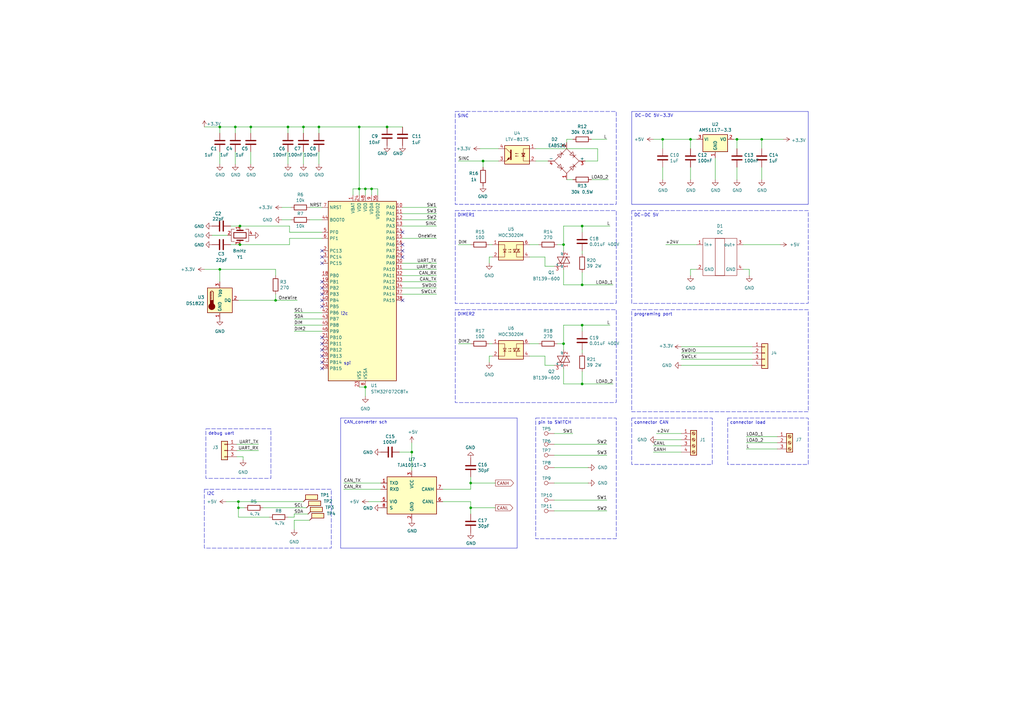
<source format=kicad_sch>
(kicad_sch (version 20250114) (generator "eeschema") (generator_version "9.0")
  (paper "A3")
  (text "spi" (at 140.97 149.86 0) (effects (font (size 1.27 1.27)) (justify left bottom)))
  (text "DC-DC 5V-3.3V\n" (at 260.35 48.26 0) (effects (font (size 1.27 1.27)) (justify left bottom)))
  (text "i2c" (at 139.7 129.54 0) (effects (font (size 1.27 1.27)) (justify left bottom)))
  (text "CAN_converter sch\n" (at 140.97 173.99 0) (effects (font (size 1.27 1.27)) (justify left bottom)))
  (text_box "DIMER1" (at 186.69 86.36 0) (size 66.04 38.1) (margins 0.9525 0.9525 0.9525 0.9525) (stroke (width 0) (type dash)) (effects (font (size 1.27 1.27)) (justify left top)))
  (text_box "programing port" (at 259.08 127 0) (size 72.39 41.91) (margins 0.9525 0.9525 0.9525 0.9525) (stroke (width 0) (type dash)) (effects (font (size 1.27 1.27)) (justify left top)))
  (text_box "DIMER2" (at 186.69 127 0) (size 66.04 38.1) (margins 0.9525 0.9525 0.9525 0.9525) (stroke (width 0) (type dash)) (effects (font (size 1.27 1.27)) (justify left top)))
  (text_box "pin to SWITCH\n" (at 219.71 171.45 0) (size 33.02 49.53) (margins 0.9525 0.9525 0.9525 0.9525) (stroke (width 0) (type dash)) (effects (font (size 1.27 1.27)) (justify left top)))
  (text_box "I2C" (at 83.82 200.66 0) (size 52.07 24.13) (margins 0.9525 0.9525 0.9525 0.9525) (stroke (width 0) (type dash)) (effects (font (size 1.27 1.27)) (justify left top)))
  (text_box "DC-DC 5V" (at 259.08 86.36 0) (size 72.39 38.1) (margins 0.9525 0.9525 0.9525 0.9525) (stroke (width 0) (type dash)) (effects (font (size 1.27 1.27)) (justify left top)))
  (text_box "SINC" (at 186.69 45.72 0) (size 66.04 38.1) (margins 0.9525 0.9525 0.9525 0.9525) (stroke (width 0) (type dash)) (effects (font (size 1.27 1.27)) (justify left top)))
  (text_box "connector CAN\n" (at 259.08 171.45 0) (size 33.02 19.05) (margins 0.9525 0.9525 0.9525 0.9525) (stroke (width 0) (type dash)) (effects (font (size 1.27 1.27)) (justify left top)))
  (text_box "connector load\n" (at 298.45 171.45 0) (size 33.02 19.05) (margins 0.9525 0.9525 0.9525 0.9525) (stroke (width 0) (type dash)) (effects (font (size 1.27 1.27)) (justify left top)))
  (text_box "debug uart" (at 84.455 175.895 0) (size 26.67 20.32) (margins 0.9525 0.9525 0.9525 0.9525) (stroke (width 0) (type dash)) (effects (font (size 1.27 1.27)) (justify left top)))
  (junction (at 90.17 110.49))
  (junction (at 238.76 92.71))
  (junction (at 90.17 52.07))
  (junction (at 97.79 208.28))
  (junction (at 302.26 57.15))
  (junction (at 283.21 57.15))
  (junction (at 312.42 57.15))
  (junction (at 158.75 52.07))
  (junction (at 271.78 57.15))
  (junction (at 193.04 198.12))
  (junction (at 130.81 52.07))
  (junction (at 198.12 66.04))
  (junction (at 96.52 52.07))
  (junction (at 97.79 205.74))
  (junction (at 238.76 157.48))
  (junction (at 231.14 140.97))
  (junction (at 193.04 208.28))
  (junction (at 152.4 77.47))
  (junction (at 149.86 158.75))
  (junction (at 98.425 100.33))
  (junction (at 238.76 133.35))
  (junction (at 113.03 123.19))
  (junction (at 231.14 100.33))
  (junction (at 238.76 116.84))
  (junction (at 124.46 52.07))
  (junction (at 147.32 77.47))
  (junction (at 149.86 77.47))
  (junction (at 118.11 52.07))
  (junction (at 102.87 52.07))
  (junction (at 147.32 52.07))
  (junction (at 98.425 92.71))
  (junction (at 168.91 185.42))
  (no_connect (at 132.08 105.41))
  (no_connect (at 132.08 120.65))
  (no_connect (at 132.08 102.87))
  (no_connect (at 132.08 123.19))
  (no_connect (at 165.1 123.19))
  (no_connect (at 132.08 143.51))
  (no_connect (at 165.1 95.25))
  (no_connect (at 132.08 115.57))
  (no_connect (at 132.08 140.97))
  (no_connect (at 132.08 107.95))
  (no_connect (at 165.1 105.41))
  (no_connect (at 132.08 125.73))
  (no_connect (at 132.08 138.43))
  (no_connect (at 132.08 146.05))
  (no_connect (at 132.08 148.59))
  (no_connect (at 132.08 151.13))
  (no_connect (at 165.1 100.33))
  (no_connect (at 165.1 102.87))
  (no_connect (at 132.08 118.11))
  (wire (pts (xy 165.1 118.11) (xy 179.07 118.11)))
  (wire (pts (xy 127 85.09) (xy 132.08 85.09)))
  (wire (pts (xy 132.08 95.25) (xy 118.745 95.25)))
  (wire (pts (xy 124.46 52.07) (xy 130.81 52.07)))
  (wire (pts (xy 217.17 146.05) (xy 223.52 146.05)))
  (wire (pts (xy 242.57 73.66) (xy 249.555 73.66)))
  (wire (pts (xy 187.96 100.33) (xy 193.04 100.33)))
  (wire (pts (xy 98.425 100.33) (xy 118.745 100.33)))
  (wire (pts (xy 187.96 66.04) (xy 198.12 66.04)))
  (wire (pts (xy 267.97 182.88) (xy 279.4 182.88)))
  (polyline (pts (xy 259.08 83.82) (xy 259.08 45.72)))
  (wire (pts (xy 90.17 52.07) (xy 96.52 52.07)))
  (wire (pts (xy 242.57 57.15) (xy 248.92 57.15)))
  (wire (pts (xy 120.65 130.81) (xy 132.08 130.81)))
  (wire (pts (xy 181.61 200.66) (xy 193.04 200.66)))
  (wire (pts (xy 118.11 52.07) (xy 118.11 54.61)))
  (wire (pts (xy 271.78 68.58) (xy 271.78 73.66)))
  (wire (pts (xy 152.4 80.01) (xy 152.4 77.47)))
  (wire (pts (xy 120.65 217.17) (xy 120.65 213.36)))
  (wire (pts (xy 307.34 110.49) (xy 307.34 113.03)))
  (wire (pts (xy 200.66 140.97) (xy 201.93 140.97)))
  (wire (pts (xy 97.155 182.245) (xy 106.045 182.245)))
  (wire (pts (xy 152.4 77.47) (xy 149.86 77.47)))
  (wire (pts (xy 238.76 116.84) (xy 251.46 116.84)))
  (wire (pts (xy 113.03 123.19) (xy 121.92 123.19)))
  (wire (pts (xy 217.17 100.33) (xy 220.98 100.33)))
  (wire (pts (xy 271.78 60.96) (xy 271.78 57.15)))
  (wire (pts (xy 273.05 100.33) (xy 285.75 100.33)))
  (wire (pts (xy 238.76 157.48) (xy 251.46 157.48)))
  (wire (pts (xy 267.97 57.15) (xy 271.78 57.15)))
  (wire (pts (xy 238.76 143.51) (xy 238.76 144.78)))
  (wire (pts (xy 200.66 148.59) (xy 200.66 146.05)))
  (wire (pts (xy 283.21 113.03) (xy 283.21 110.49)))
  (wire (pts (xy 302.26 73.66) (xy 302.26 68.58)))
  (wire (pts (xy 234.95 57.15) (xy 232.41 57.15)))
  (wire (pts (xy 165.1 90.17) (xy 179.07 90.17)))
  (wire (pts (xy 304.8 110.49) (xy 307.34 110.49)))
  (wire (pts (xy 238.76 111.76) (xy 238.76 116.84)))
  (wire (pts (xy 219.71 60.96) (xy 245.11 60.96)))
  (wire (pts (xy 231.14 133.35) (xy 238.76 133.35)))
  (wire (pts (xy 99.695 187.325) (xy 97.155 187.325)))
  (wire (pts (xy 156.21 200.66) (xy 140.97 200.66)))
  (wire (pts (xy 227.33 186.69) (xy 248.92 186.69)))
  (wire (pts (xy 94.615 92.71) (xy 98.425 92.71)))
  (wire (pts (xy 204.47 66.04) (xy 198.12 66.04)))
  (wire (pts (xy 120.65 133.35) (xy 132.08 133.35)))
  (wire (pts (xy 193.04 210.82) (xy 193.04 208.28)))
  (wire (pts (xy 193.04 198.12) (xy 193.04 200.66)))
  (wire (pts (xy 165.1 113.03) (xy 179.07 113.03)))
  (wire (pts (xy 97.155 184.785) (xy 106.045 184.785)))
  (polyline (pts (xy 259.08 45.72) (xy 331.47 45.72)))
  (wire (pts (xy 269.24 180.34) (xy 279.4 180.34)))
  (wire (pts (xy 231.14 100.33) (xy 231.14 92.71)))
  (wire (pts (xy 187.96 140.97) (xy 193.04 140.97)))
  (wire (pts (xy 118.745 92.71) (xy 98.425 92.71)))
  (wire (pts (xy 238.76 92.71) (xy 238.76 95.25)))
  (wire (pts (xy 97.79 205.74) (xy 124.46 205.74)))
  (wire (pts (xy 245.11 66.04) (xy 240.03 66.04)))
  (wire (pts (xy 165.1 92.71) (xy 179.07 92.71)))
  (wire (pts (xy 97.79 208.28) (xy 100.33 208.28)))
  (wire (pts (xy 193.04 205.74) (xy 193.04 208.28)))
  (wire (pts (xy 102.87 67.31) (xy 102.87 62.23)))
  (wire (pts (xy 115.57 90.17) (xy 119.38 90.17)))
  (wire (pts (xy 231.14 157.48) (xy 238.76 157.48)))
  (wire (pts (xy 144.78 77.47) (xy 144.78 80.01)))
  (wire (pts (xy 223.52 105.41) (xy 223.52 109.22)))
  (wire (pts (xy 165.1 85.09) (xy 179.07 85.09)))
  (wire (pts (xy 231.14 151.13) (xy 231.14 157.48)))
  (wire (pts (xy 86.995 96.52) (xy 93.345 96.52)))
  (wire (pts (xy 231.14 110.49) (xy 231.14 116.84)))
  (wire (pts (xy 306.07 179.07) (xy 318.77 179.07)))
  (wire (pts (xy 158.75 52.07) (xy 165.1 52.07)))
  (wire (pts (xy 193.04 195.58) (xy 193.04 198.12)))
  (wire (pts (xy 227.33 191.77) (xy 241.3 191.77)))
  (wire (pts (xy 147.32 52.07) (xy 147.32 77.47)))
  (wire (pts (xy 168.91 181.61) (xy 168.91 185.42)))
  (wire (pts (xy 312.42 60.96) (xy 312.42 57.15)))
  (wire (pts (xy 227.33 205.105) (xy 248.92 205.105)))
  (wire (pts (xy 223.52 146.05) (xy 223.52 149.86)))
  (wire (pts (xy 196.85 60.96) (xy 204.47 60.96)))
  (wire (pts (xy 118.11 212.09) (xy 120.65 212.09)))
  (wire (pts (xy 165.1 107.95) (xy 179.07 107.95)))
  (wire (pts (xy 231.14 92.71) (xy 238.76 92.71)))
  (wire (pts (xy 223.52 109.22) (xy 227.33 109.22)))
  (wire (pts (xy 154.94 77.47) (xy 154.94 80.01)))
  (wire (pts (xy 198.12 66.04) (xy 198.12 68.58)))
  (wire (pts (xy 269.24 177.8) (xy 279.4 177.8)))
  (wire (pts (xy 238.76 133.35) (xy 250.19 133.35)))
  (wire (pts (xy 165.1 110.49) (xy 179.07 110.49)))
  (polyline (pts (xy 139.7 224.79) (xy 139.7 171.45)))
  (wire (pts (xy 245.11 60.96) (xy 245.11 66.04)))
  (wire (pts (xy 118.745 100.33) (xy 118.745 97.79)))
  (wire (pts (xy 92.71 205.74) (xy 97.79 205.74)))
  (wire (pts (xy 217.17 140.97) (xy 220.98 140.97)))
  (wire (pts (xy 94.615 100.33) (xy 98.425 100.33)))
  (polyline (pts (xy 212.09 224.79) (xy 139.7 224.79)))
  (wire (pts (xy 149.86 77.47) (xy 149.86 80.01)))
  (wire (pts (xy 102.87 52.07) (xy 118.11 52.07)))
  (wire (pts (xy 227.33 209.55) (xy 248.92 209.55)))
  (wire (pts (xy 227.33 177.8) (xy 234.95 177.8)))
  (wire (pts (xy 147.32 77.47) (xy 144.78 77.47)))
  (wire (pts (xy 232.41 73.66) (xy 234.95 73.66)))
  (wire (pts (xy 83.82 52.07) (xy 90.17 52.07)))
  (wire (pts (xy 124.46 62.23) (xy 124.46 67.31)))
  (wire (pts (xy 96.52 54.61) (xy 96.52 52.07)))
  (wire (pts (xy 147.32 77.47) (xy 147.32 80.01)))
  (polyline (pts (xy 331.47 83.82) (xy 259.08 83.82)))
  (wire (pts (xy 238.76 133.35) (xy 238.76 135.89)))
  (wire (pts (xy 231.14 140.97) (xy 231.14 143.51)))
  (wire (pts (xy 118.745 97.79) (xy 132.08 97.79)))
  (wire (pts (xy 115.57 85.09) (xy 119.38 85.09)))
  (wire (pts (xy 120.65 210.82) (xy 126.365 210.82)))
  (wire (pts (xy 147.32 158.75) (xy 149.86 158.75)))
  (wire (pts (xy 231.14 116.84) (xy 238.76 116.84)))
  (wire (pts (xy 97.79 212.09) (xy 110.49 212.09)))
  (wire (pts (xy 219.71 66.04) (xy 224.79 66.04)))
  (wire (pts (xy 130.81 54.61) (xy 130.81 52.07)))
  (wire (pts (xy 83.82 110.49) (xy 90.17 110.49)))
  (wire (pts (xy 90.17 110.49) (xy 113.03 110.49)))
  (wire (pts (xy 312.42 68.58) (xy 312.42 73.66)))
  (wire (pts (xy 90.17 110.49) (xy 90.17 115.57)))
  (wire (pts (xy 200.66 107.95) (xy 200.66 105.41)))
  (wire (pts (xy 283.21 73.66) (xy 283.21 68.58)))
  (wire (pts (xy 165.1 87.63) (xy 179.07 87.63)))
  (wire (pts (xy 120.65 212.09) (xy 120.65 210.82)))
  (wire (pts (xy 156.21 198.12) (xy 140.97 198.12)))
  (wire (pts (xy 279.4 149.86) (xy 308.61 149.86)))
  (wire (pts (xy 113.03 113.03) (xy 113.03 110.49)))
  (wire (pts (xy 130.81 52.07) (xy 147.32 52.07)))
  (wire (pts (xy 147.32 52.07) (xy 158.75 52.07)))
  (wire (pts (xy 97.79 208.28) (xy 97.79 212.09)))
  (polyline (pts (xy 331.47 45.72) (xy 331.47 83.82)))
  (wire (pts (xy 227.33 182.245) (xy 248.92 182.245)))
  (wire (pts (xy 200.66 100.33) (xy 201.93 100.33)))
  (wire (pts (xy 124.46 52.07) (xy 124.46 54.61)))
  (wire (pts (xy 223.52 149.86) (xy 227.33 149.86)))
  (wire (pts (xy 120.65 213.36) (xy 127 213.36)))
  (wire (pts (xy 231.14 100.33) (xy 231.14 102.87)))
  (wire (pts (xy 118.11 52.07) (xy 124.46 52.07)))
  (wire (pts (xy 267.97 185.42) (xy 279.4 185.42)))
  (wire (pts (xy 227.33 198.12) (xy 241.3 198.12)))
  (wire (pts (xy 107.95 208.28) (xy 125.73 208.28)))
  (wire (pts (xy 238.76 152.4) (xy 238.76 157.48)))
  (wire (pts (xy 193.04 208.28) (xy 203.2 208.28)))
  (wire (pts (xy 238.76 92.71) (xy 250.19 92.71)))
  (wire (pts (xy 149.86 77.47) (xy 147.32 77.47)))
  (wire (pts (xy 279.4 147.32) (xy 308.61 147.32)))
  (wire (pts (xy 165.1 120.65) (xy 179.07 120.65)))
  (wire (pts (xy 312.42 57.15) (xy 321.31 57.15)))
  (wire (pts (xy 96.52 52.07) (xy 102.87 52.07)))
  (wire (pts (xy 97.79 123.19) (xy 113.03 123.19)))
  (wire (pts (xy 283.21 57.15) (xy 285.75 57.15)))
  (wire (pts (xy 120.65 128.27) (xy 132.08 128.27)))
  (wire (pts (xy 217.17 105.41) (xy 223.52 105.41)))
  (wire (pts (xy 300.99 57.15) (xy 302.26 57.15)))
  (wire (pts (xy 90.17 54.61) (xy 90.17 52.07)))
  (polyline (pts (xy 139.7 171.45) (xy 212.09 171.45)))
  (wire (pts (xy 193.04 198.12) (xy 203.2 198.12)))
  (wire (pts (xy 165.1 115.57) (xy 179.07 115.57)))
  (wire (pts (xy 163.83 185.42) (xy 168.91 185.42)))
  (wire (pts (xy 118.745 95.25) (xy 118.745 92.71)))
  (wire (pts (xy 90.17 67.31) (xy 90.17 62.23)))
  (wire (pts (xy 151.13 205.74) (xy 156.21 205.74)))
  (wire (pts (xy 231.14 140.97) (xy 231.14 133.35)))
  (wire (pts (xy 279.4 142.24) (xy 308.61 142.24)))
  (wire (pts (xy 120.65 135.89) (xy 132.08 135.89)))
  (wire (pts (xy 118.11 62.23) (xy 118.11 67.31)))
  (wire (pts (xy 232.41 57.15) (xy 232.41 58.42)))
  (wire (pts (xy 306.07 184.15) (xy 318.77 184.15)))
  (wire (pts (xy 168.91 185.42) (xy 168.91 193.04)))
  (wire (pts (xy 238.76 102.87) (xy 238.76 104.14)))
  (wire (pts (xy 127 90.17) (xy 132.08 90.17)))
  (wire (pts (xy 97.79 205.74) (xy 97.79 208.28)))
  (wire (pts (xy 228.6 140.97) (xy 231.14 140.97)))
  (wire (pts (xy 149.86 158.75) (xy 149.86 162.56)))
  (wire (pts (xy 113.03 120.65) (xy 113.03 123.19)))
  (wire (pts (xy 302.26 57.15) (xy 312.42 57.15)))
  (wire (pts (xy 152.4 77.47) (xy 154.94 77.47)))
  (wire (pts (xy 130.81 62.23) (xy 130.81 67.31)))
  (wire (pts (xy 306.07 181.61) (xy 318.77 181.61)))
  (wire (pts (xy 304.8 100.33) (xy 320.04 100.33)))
  (wire (pts (xy 181.61 205.74) (xy 193.04 205.74)))
  (wire (pts (xy 293.37 73.66) (xy 293.37 64.77)))
  (wire (pts (xy 228.6 100.33) (xy 231.14 100.33)))
  (wire (pts (xy 96.52 67.31) (xy 96.52 62.23)))
  (wire (pts (xy 102.87 54.61) (xy 102.87 52.07)))
  (wire (pts (xy 283.21 60.96) (xy 283.21 57.15)))
  (wire (pts (xy 302.26 60.96) (xy 302.26 57.15)))
  (wire (pts (xy 99.695 188.595) (xy 99.695 187.325)))
  (polyline (pts (xy 212.09 171.45) (xy 212.09 224.79)))
  (wire (pts (xy 200.66 146.05) (xy 201.93 146.05)))
  (wire (pts (xy 279.4 144.78) (xy 308.61 144.78)))
  (wire (pts (xy 200.66 105.41) (xy 201.93 105.41)))
  (wire (pts (xy 271.78 57.15) (xy 283.21 57.15)))
  (wire (pts (xy 283.21 110.49) (xy 285.75 110.49)))
  (wire (pts (xy 165.1 97.79) (xy 179.07 97.79)))
  (label "L" (at 250.19 92.71 180))
  (label "UART_RX" (at 106.045 184.785 180))
  (label "SWDIO" (at 179.07 118.11 180))
  (label "SDA" (at 120.65 210.82 0))
  (label "UART_RX" (at 179.07 110.49 180))
  (label "LOAD_1" (at 306.07 179.07 0))
  (label "SW2" (at 179.07 90.17 180))
  (label "DIM2" (at 120.65 135.89 0))
  (label "SW2" (at 248.92 209.55 180))
  (label "NRST" (at 127 85.09 0))
  (label "+24V" (at 273.05 100.33 0))
  (label "SW1" (at 179.07 85.09 180))
  (label "LOAD_2" (at 249.555 73.66 180))
  (label "CAN_TX" (at 140.97 198.12 0))
  (label "+24V" (at 269.24 177.8 0))
  (label "OneWire" (at 179.07 97.79 180))
  (label "UART_TX" (at 179.07 107.95 180))
  (label "SW1" (at 234.95 177.8 180))
  (label "SWDIO" (at 279.4 144.78 0))
  (label "SINC" (at 187.96 66.04 0))
  (label "CANL" (at 267.97 182.88 0))
  (label "SWCLK" (at 279.4 147.32 0))
  (label "CAN_TX" (at 179.07 115.57 180))
  (label "SW3" (at 248.92 186.69 180))
  (label "LOAD_2" (at 251.46 157.48 180))
  (label "CAN_RX" (at 140.97 200.66 0))
  (label "SWCLK" (at 179.07 120.65 180))
  (label "CANH" (at 267.97 185.42 0))
  (label "SW3" (at 179.07 87.63 180))
  (label "LOAD_2" (at 306.07 181.61 0))
  (label "CAN_RX" (at 179.07 113.03 180))
  (label "SINC" (at 179.07 92.71 180))
  (label "SCL" (at 120.65 208.28 0))
  (label "SW1" (at 248.92 205.105 180))
  (label "OneWire" (at 121.92 123.19 180))
  (label "L" (at 248.92 57.15 180))
  (label "L" (at 306.07 184.15 0))
  (label "L" (at 250.19 133.35 180))
  (label "SCL" (at 120.65 128.27 0))
  (label "DIM" (at 120.65 133.35 0))
  (label "SW2" (at 248.92 182.245 180))
  (label "DIM2" (at 187.96 140.97 0))
  (label "DIM" (at 187.96 100.33 0))
  (label "UART_TX" (at 106.045 182.245 180))
  (label "SDA" (at 120.65 130.81 0))
  (label "LOAD_1" (at 251.46 116.84 180))
  (global_label "CANH" (shape output) (at 203.2 198.12 0) (property "Intersheetrefs" "${INTERSHEET_REFS}" (effects (hide yes))))
  (global_label "CANL" (shape output) (at 203.2 208.28 0) (property "Intersheetrefs" "${INTERSHEET_REFS}" (effects (hide yes))))
  (symbol (lib_id "power:GND") (at 158.75 59.69 0) (unit 1)
    (property "Reference" "#PWR019" (effects (hide yes)))
    (property "Value" "GND" (at 158.877 62.9412 0) (effects (justify right)))
  )
  (symbol (lib_id "Device:C") (at 193.04 191.77 0) (unit 1)
    (property "Reference" "C16" (at 195.961 190.6016 0) (effects (justify left)))
    (property "Value" "30pF" (at 195.961 192.913 0) (effects (justify left)))
    (property "Footprint" "Capacitor_SMD:C_0805_2012Metric" (effects (hide yes)))
    (property "Модель" "CC0603JRNPO9BN300" (effects (hide yes)))
    (property "Производитель" "YAGEO" (effects (hide yes)))
    (property "Mount" "MOUNT" (effects (hide yes)))
    (property "MountType" "SMD" (effects (hide yes)))
  )
  (symbol (lib_id "Diode_Bridge:MB6S") (at 232.41 66.04 0) (unit 1)
    (property "Reference" "D2" (at 226.06 57.15 0) (effects (justify left)))
    (property "Value" "EABS26" (at 224.79 59.69 0) (effects (justify left)))
    (property "Footprint" "Diode_SMD:Diode_Bridge_Diotec_ABS" (effects (hide yes)))
    (property "JCLB_code" "C475744" (effects (hide yes)))
    (property "Mount" "MOUNT" (effects (hide yes)))
    (property "Модель" "EABS21" (effects (hide yes)))
  )
  (symbol (lib_id "Triac_Thyristor:BT139-600") (at 231.14 147.32 0) (unit 1)
    (property "Reference" "Q2" (at 224.79 152.4 0) (effects (justify left)))
    (property "Value" "BT139-600" (at 218.44 154.94 0) (effects (justify left)))
    (property "Footprint" "Package_TO_SOT_THT:TO-220-3_Vertical" (effects (hide yes)))
    (property "Datasheet" "https://www.rapidonline.com/pdf/47-3240.pdf" (effects (hide yes)))
  )
  (symbol (lib_name "GND_1") (lib_id "power:GND") (at 241.3 191.77 90) (unit 1)
    (property "Reference" "#PWR03" (effects (hide yes)))
    (property "Value" "GND" (at 245.11 191.7699 90) (effects (justify right)))
    (property "Description" "Power symbol creates a global label with name \"GND\" , ground" (effects (hide yes)))
  )
  (symbol (lib_id "power:GND") (at 90.17 130.81 0) (unit 1)
    (property "Reference" "#PWR036" (effects (hide yes)))
    (property "Value" "GND" (at 90.17 135.89 0))
  )
  (symbol (lib_id "power:+3.3V") (at 83.82 52.07 0) (unit 1)
    (property "Reference" "#PWR01" (effects (hide yes)))
    (property "Value" "+3.3V" (at 87.63 50.8 0))
  )
  (symbol (lib_id "Device:R") (at 113.03 116.84 0) (unit 1)
    (property "Reference" "R3" (at 114.808 115.6716 0) (effects (justify left)))
    (property "Value" "270" (at 114.808 117.983 0) (effects (justify left)))
    (property "Footprint" "Resistor_SMD:R_0805_2012Metric" (effects (hide yes)))
    (property "Модель" "RC0603JR-0710KL" (effects (hide yes)))
    (property "Производитель" "YAGEO" (effects (hide yes)))
    (property "Mount" "MOUNT" (effects (hide yes)))
    (property "MountType" "SMD" (effects (hide yes)))
  )
  (symbol (lib_id "power:GND") (at 193.04 187.96 180) (unit 1)
    (property "Reference" "#PWR050" (effects (hide yes)))
    (property "Value" "GND" (at 192.913 183.5658 0))
  )
  (symbol (lib_id "Device:Crystal_GND24") (at 98.425 96.52 90) (mirror x) (unit 1)
    (property "Reference" "Y1" (at 99.695 105.41 90) (effects (justify left)))
    (property "Value" "8mHz" (at 100.965 102.87 90) (effects (justify left)))
    (property "Footprint" "Crystal:Crystal_SMD_5032-4Pin_5.0x3.2mm" (effects (hide yes)))
    (property "Модель" "ABM3B-8.000MHZ-10-1-U-T" (effects (hide yes)))
    (property "Производитель" "Abracon LLC" (effects (hide yes)))
    (property "Mount" "MOUNT" (effects (hide yes)))
    (property "MountType" "SMD" (effects (hide yes)))
  )
  (symbol (lib_id "Device:C") (at 160.02 185.42 270) (unit 1)
    (property "Reference" "C15" (at 160.02 179.0192 90))
    (property "Value" "100nF" (at 160.02 181.3306 90))
    (property "Footprint" "Capacitor_SMD:C_0805_2012Metric" (effects (hide yes)))
    (property "Модель" "CC0603KRX7R9BB104" (effects (hide yes)))
    (property "Производитель" "YAGEO" (effects (hide yes)))
    (property "Mount" "MOUNT" (effects (hide yes)))
    (property "MountType" "SMD" (effects (hide yes)))
  )
  (symbol (lib_id "Connector:TestPoint_Flag") (at 124.46 205.74 0) (unit 1)
    (property "Reference" "TP1" (at 131.445 203.0729 0) (effects (justify left)))
    (property "Value" "TestPoint_Flag" (effects (hide yes)))
    (property "Footprint" "TestPoint:TestPoint_Pad_1.0x1.0mm" (effects (hide yes)))
    (property "Description" "test point (alternative flag-style design)" (effects (hide yes)))
  )
  (symbol (lib_id "power:GND") (at 283.21 73.66 0) (unit 1)
    (property "Reference" "#PWR018" (effects (hide yes)))
    (property "Value" "GND" (at 283.337 78.0542 0))
  )
  (symbol (lib_id "Connector:TestPoint_Flag") (at 125.73 208.28 0) (unit 1)
    (property "Reference" "TP2" (at 132.715 205.6129 0) (effects (justify left)))
    (property "Value" "TestPoint_Flag" (effects (hide yes)))
    (property "Footprint" "TestPoint:TestPoint_Pad_1.0x1.0mm" (effects (hide yes)))
    (property "Description" "test point (alternative flag-style design)" (effects (hide yes)))
  )
  (symbol (lib_id "Connector:TestPoint_Flag") (at 127 213.36 0) (unit 1)
    (property "Reference" "TP4" (at 133.985 210.6929 0) (effects (justify left)))
    (property "Value" "TestPoint_Flag" (effects (hide yes)))
    (property "Footprint" "TestPoint:TestPoint_Pad_1.0x1.0mm" (effects (hide yes)))
    (property "Description" "test point (alternative flag-style design)" (effects (hide yes)))
  )
  (symbol (lib_id "Connector:TestPoint_Flag") (at 126.365 210.82 0) (unit 1)
    (property "Reference" "TP3" (at 133.35 208.1529 0) (effects (justify left)))
    (property "Value" "TestPoint_Flag" (effects (hide yes)))
    (property "Footprint" "TestPoint:TestPoint_Pad_1.0x1.0mm" (effects (hide yes)))
    (property "Description" "test point (alternative flag-style design)" (effects (hide yes)))
  )
  (symbol (lib_id "power:GND") (at 156.21 185.42 270) (unit 1)
    (property "Reference" "#PWR046" (effects (hide yes)))
    (property "Value" "GND" (at 152.9588 185.547 90) (effects (justify right)))
  )
  (symbol (lib_id "power:GND") (at 115.57 90.17 270) (unit 1)
    (property "Reference" "#PWR012" (effects (hide yes)))
    (property "Value" "GND" (at 111.76 90.17 90) (effects (justify right)))
  )
  (symbol (lib_id "Connector:Screw_Terminal_01x04") (at 284.48 180.34 0) (unit 1)
    (property "Reference" "J1" (at 287.02 180.34 0) (effects (justify left)))
    (property "Value" "Screw_Terminal_01x04" (effects (hide yes)))
    (property "Footprint" "myConnector:KF128-4P" (effects (hide yes)))
  )
  (symbol (lib_id "Device:R") (at 123.19 90.17 270) (unit 1)
    (property "Reference" "R7" (at 123.19 87.63 90))
    (property "Value" "10k" (at 123.19 92.71 90))
    (property "Footprint" "Resistor_SMD:R_0805_2012Metric" (effects (hide yes)))
    (property "Модель" "RC0603JR-072K7L" (effects (hide yes)))
    (property "Производитель" "YAGEO" (effects (hide yes)))
    (property "Mount" "MOUNT" (effects (hide yes)))
    (property "MountType" "SMD" (effects (hide yes)))
  )
  (symbol (lib_id "power:+3.3V") (at 115.57 85.09 90) (unit 1)
    (property "Reference" "#PWR010" (effects (hide yes)))
    (property "Value" "+3.3V" (at 111.76 85.09 90) (effects (justify left)))
  )
  (symbol (lib_id "Connector:TestPoint") (at 227.33 191.77 90) (unit 1)
    (property "Reference" "TP8" (at 224.155 189.865 90))
    (property "Value" "TestPoint" (effects (hide yes)))
    (property "Footprint" "TestPoint:TestPoint_Loop_D2.60mm_Drill1.6mm_Beaded" (effects (hide yes)))
    (property "Description" "test point" (effects (hide yes)))
  )
  (symbol (lib_id "Device:R") (at 196.85 140.97 90) (mirror x) (unit 1)
    (property "Reference" "R17" (at 196.85 135.7122 90))
    (property "Value" "100" (at 196.85 138.0236 90))
    (property "Footprint" "Resistor_SMD:R_0805_2012Metric" (effects (hide yes)))
    (property "JCLB_code" "C136458" (effects (hide yes)))
    (property "Mount" "MOUNT" (effects (hide yes)))
    (property "Модель" "RC1206JR-074K7L" (effects (hide yes)))
  )
  (symbol (lib_id "MCU_ST_STM32F0:STM32F072C8Tx") (at 147.32 120.65 0) (unit 1)
    (property "Reference" "U1" (at 152.0541 158.115 0) (effects (justify left)))
    (property "Value" "STM32F072C8Tx" (at 152.0541 160.655 0) (effects (justify left)))
    (property "Footprint" "Package_QFP:LQFP-48_7x7mm_P0.5mm" (effects (hide yes)))
    (property "Datasheet" "https://www.st.com/resource/en/datasheet/stm32f072c8.pdf" (effects (hide yes)))
    (property "Description" "STMicroelectronics Arm Cortex-M0 MCU, 64KB flash, 16KB RAM, 48 MHz, 2.0-3.6V, 37 GPIO, LQFP48" (effects (hide yes)))
  )
  (symbol (lib_id "power:GND") (at 307.34 113.03 0) (unit 1)
    (property "Reference" "#PWR026" (effects (hide yes)))
    (property "Value" "GND" (at 307.34 118.11 0))
  )
  (symbol (lib_id "Relay_SolidState:MOC3020M") (at 209.55 102.87 0) (unit 1)
    (property "Reference" "U5" (at 209.55 93.98 0))
    (property "Value" "MOC3020M" (at 209.55 96.52 0))
    (property "Footprint" "Package_DIP:DIP-6_W7.62mm" (effects (hide yes)))
    (property "Datasheet" "https://www.onsemi.com/pub/Collateral/MOC3023M-D.PDF" (effects (hide yes)))
  )
  (symbol (lib_id "power:GND") (at 271.78 73.66 0) (unit 1)
    (property "Reference" "#PWR013" (effects (hide yes)))
    (property "Value" "GND" (at 271.907 78.0542 0))
  )
  (symbol (lib_id "power:GND") (at 193.04 218.44 0) (unit 1)
    (property "Reference" "#PWR051" (effects (hide yes)))
    (property "Value" "GND" (at 193.167 222.8342 0))
  )
  (symbol (lib_id "power:GND") (at 198.12 76.2 0) (mirror y) (unit 1)
    (property "Reference" "#PWR040" (effects (hide yes)))
    (property "Value" "GND" (at 197.993 80.5942 0))
  )
  (symbol (lib_id "power:GND") (at 156.21 208.28 270) (unit 1)
    (property "Reference" "#PWR047" (effects (hide yes)))
    (property "Value" "GND" (at 152.9588 208.407 90) (effects (justify right)))
  )
  (symbol (lib_id "Device:R") (at 198.12 72.39 0) (mirror x) (unit 1)
    (property "Reference" "R16" (at 194.31 71.12 0))
    (property "Value" "1k" (at 194.31 73.66 0))
    (property "Footprint" "Resistor_SMD:R_0805_2012Metric" (effects (hide yes)))
    (property "JCLB_code" "C136458" (effects (hide yes)))
    (property "Mount" "MOUNT" (effects (hide yes)))
    (property "Модель" "RC1206JR-074K7L" (effects (hide yes)))
  )
  (symbol (lib_id "Device:R") (at 238.76 57.15 90) (mirror x) (unit 1)
    (property "Reference" "R12" (at 238.76 51.8922 90))
    (property "Value" "30k 0,5W" (at 238.76 54.2036 90))
    (property "Footprint" "Resistor_SMD:R_1206_3216Metric" (effects (hide yes)))
    (property "JCLB_code" "C136458" (effects (hide yes)))
    (property "Mount" "MOUNT" (effects (hide yes)))
    (property "Модель" "RC1206JR-074K7L" (effects (hide yes)))
  )
  (symbol (lib_id "module:LM2596") (at 294.64 105.41 0) (unit 1)
    (property "Reference" "D1" (at 295.275 92.71 0))
    (property "Value" "DC" (at 295.275 95.25 0))
    (property "Footprint" "modulePower:30V 3A" (effects (hide yes)))
    (property "Datasheet" "https://aliexpress.ru/item/1005003880321464.html?sku_id=12000032145245035&spm=a2g2w.productlist.search_results.16.182d4aa6a93fBt" (effects (hide yes)))
  )
  (symbol (lib_id "Device:C") (at 283.21 64.77 0) (unit 1)
    (property "Reference" "C12" (at 286.131 63.6016 0) (effects (justify left)))
    (property "Value" "100nF" (at 286.131 65.913 0) (effects (justify left)))
    (property "Footprint" "Capacitor_SMD:C_0805_2012Metric" (effects (hide yes)))
    (property "Модель" "CC0603KRX7R9BB104" (effects (hide yes)))
    (property "Производитель" "YAGEO" (effects (hide yes)))
    (property "Mount" "MOUNT" (effects (hide yes)))
    (property "MountType" "SMD" (effects (hide yes)))
  )
  (symbol (lib_id "power:+5V") (at 267.97 57.15 90) (unit 1)
    (property "Reference" "#PWR07" (effects (hide yes)))
    (property "Value" "+5V" (at 264.16 57.15 90) (effects (justify left)))
  )
  (symbol (lib_id "power:+3.3V") (at 83.82 110.49 90) (unit 1)
    (property "Reference" "#PWR039" (effects (hide yes)))
    (property "Value" "+3.3V" (at 80.01 110.49 90) (effects (justify left)))
  )
  (symbol (lib_id "Connector:Screw_Terminal_01x03") (at 323.85 181.61 0) (unit 1)
    (property "Reference" "J7" (at 326.39 180.34 0) (effects (justify left)))
    (property "Value" "Screw_Terminal_01x03" (effects (hide yes)))
    (property "Footprint" "myConnector:KF128-3P" (effects (hide yes)))
  )
  (symbol (lib_id "Device:R") (at 238.76 73.66 90) (mirror x) (unit 1)
    (property "Reference" "R13" (at 238.76 76.2 90))
    (property "Value" "30k 0,5W" (at 238.76 78.74 90))
    (property "Footprint" "Resistor_SMD:R_1206_3216Metric" (effects (hide yes)))
    (property "JCLB_code" "C136458" (effects (hide yes)))
    (property "Mount" "MOUNT" (effects (hide yes)))
    (property "Модель" "RC1206JR-074K7L" (effects (hide yes)))
  )
  (symbol (lib_id "power:+5V") (at 92.71 205.74 90) (unit 1)
    (property "Reference" "#PWR037" (effects (hide yes)))
    (property "Value" "+5V" (at 88.9 205.74 90) (effects (justify left)))
  )
  (symbol (lib_id "power:GND") (at 279.4 149.86 270) (unit 1)
    (property "Reference" "#PWR028" (effects (hide yes)))
    (property "Value" "GND" (at 275.59 149.86 90) (effects (justify right)))
  )
  (symbol (lib_id "Interface_CAN_LIN:TJA1051T-3") (at 168.91 203.2 0) (unit 1)
    (property "Reference" "U7" (at 168.91 188.4426 0))
    (property "Value" "TJA1051T-3" (at 168.91 190.754 0))
    (property "Footprint" "Package_SO:SOIC-8_3.9x4.9mm_P1.27mm" (effects (hide yes)))
    (property "Datasheet" "http://www.nxp.com/docs/en/data-sheet/TJA1051.pdf" (effects (hide yes)))
    (property "Модель" "TJA1051T/3/1J" (effects (hide yes)))
    (property "Производитель" "NXP Semicon" (effects (hide yes)))
    (property "Mount" "MOUNT" (effects (hide yes)))
    (property "MountType" "SMD" (effects (hide yes)))
  )
  (symbol (lib_id "Device:R") (at 224.79 100.33 90) (mirror x) (unit 1)
    (property "Reference" "R14" (at 224.79 95.0722 90))
    (property "Value" "270" (at 224.79 97.3836 90))
    (property "Footprint" "Resistor_SMD:R_1206_3216Metric" (effects (hide yes)))
    (property "JCLB_code" "C136458" (effects (hide yes)))
    (property "Mount" "MOUNT" (effects (hide yes)))
    (property "Модель" "RC1206JR-074K7L" (effects (hide yes)))
  )
  (symbol (lib_id "Device:R") (at 238.76 107.95 0) (unit 1)
    (property "Reference" "R20" (at 240.538 106.7816 0) (effects (justify left)))
    (property "Value" "39 2W" (at 240.538 109.093 0) (effects (justify left)))
    (property "Footprint" "Resistor_THT:R_Axial_DIN0414_L11.9mm_D4.5mm_P5.08mm_Vertical" (effects (hide yes)))
    (property "Модель" "RC0603JR-0710KL" (effects (hide yes)))
    (property "Производитель" "YAGEO" (effects (hide yes)))
    (property "Mount" "MOUNT" (effects (hide yes)))
    (property "MountType" "SMD" (effects (hide yes)))
  )
  (symbol (lib_id "Device:C") (at 90.805 100.33 90) (unit 1)
    (property "Reference" "C3" (at 92.075 104.14 90) (effects (justify left)))
    (property "Value" "22pF" (at 93.345 106.68 90) (effects (justify left)))
    (property "Footprint" "Capacitor_SMD:C_0805_2012Metric" (effects (hide yes)))
    (property "Модель" "CC0603FRNPO9BN100" (effects (hide yes)))
    (property "Производитель" "YAGEO" (effects (hide yes)))
    (property "Mount" "MOUNT" (effects (hide yes)))
    (property "MountType" "SMD" (effects (hide yes)))
  )
  (symbol (lib_id "Connector_Generic:Conn_01x04") (at 313.69 144.78 0) (unit 1)
    (property "Reference" "J4" (at 316.23 144.78 0) (effects (justify left)))
    (property "Value" "Conn_01x04" (effects (hide yes)))
    (property "Footprint" "Connector_PinHeader_2.54mm:PinHeader_1x04_P2.54mm_Vertical" (effects (hide yes)))
  )
  (symbol (lib_id "Device:R") (at 224.79 140.97 90) (mirror x) (unit 1)
    (property "Reference" "R18" (at 224.79 135.7122 90))
    (property "Value" "270" (at 224.79 138.0236 90))
    (property "Footprint" "Resistor_SMD:R_1206_3216Metric" (effects (hide yes)))
    (property "JCLB_code" "C136458" (effects (hide yes)))
    (property "Mount" "MOUNT" (effects (hide yes)))
    (property "Модель" "RC1206JR-074K7L" (effects (hide yes)))
  )
  (symbol (lib_id "power:GND") (at 86.995 96.52 270) (unit 1)
    (property "Reference" "#PWR05" (effects (hide yes)))
    (property "Value" "GND" (at 83.7438 96.647 90) (effects (justify right)))
  )
  (symbol (lib_id "Device:R") (at 123.19 85.09 270) (unit 1)
    (property "Reference" "R6" (at 123.19 79.8322 90))
    (property "Value" "10k" (at 123.19 82.1436 90))
    (property "Footprint" "Resistor_SMD:R_0805_2012Metric" (effects (hide yes)))
    (property "Модель" "RC0603JR-072K7L" (effects (hide yes)))
    (property "Производитель" "YAGEO" (effects (hide yes)))
    (property "Mount" "MOUNT" (effects (hide yes)))
    (property "MountType" "SMD" (effects (hide yes)))
  )
  (symbol (lib_id "Connector:TestPoint") (at 227.33 198.12 90) (unit 1)
    (property "Reference" "TP9" (at 224.155 196.215 90))
    (property "Value" "TestPoint" (effects (hide yes)))
    (property "Footprint" "TestPoint:TestPoint_Loop_D2.60mm_Drill1.6mm_Beaded" (effects (hide yes)))
    (property "Description" "test point" (effects (hide yes)))
  )
  (symbol (lib_id "power:GND") (at 283.21 113.03 0) (unit 1)
    (property "Reference" "#PWR025" (effects (hide yes)))
    (property "Value" "GND" (at 283.21 118.11 0))
  )
  (symbol (lib_id "Device:C") (at 90.805 92.71 90) (unit 1)
    (property "Reference" "C2" (at 90.805 87.63 90) (effects (justify left)))
    (property "Value" "22pF" (at 91.948 89.789 90) (effects (justify left)))
    (property "Footprint" "Capacitor_SMD:C_0805_2012Metric" (effects (hide yes)))
    (property "Модель" "CC0603FRNPO9BN100" (effects (hide yes)))
    (property "Производитель" "YAGEO" (effects (hide yes)))
    (property "Mount" "MOUNT" (effects (hide yes)))
    (property "MountType" "SMD" (effects (hide yes)))
  )
  (symbol (lib_id "power:GND") (at 102.87 67.31 0) (unit 1)
    (property "Reference" "#PWR08" (effects (hide yes)))
    (property "Value" "GND" (at 102.997 71.7042 0))
  )
  (symbol (lib_id "power:+5V") (at 320.04 100.33 270) (unit 1)
    (property "Reference" "#PWR027" (effects (hide yes)))
    (property "Value" "+5V" (at 323.85 100.33 90) (effects (justify left)))
  )
  (symbol (lib_id "power:GND") (at 168.91 213.36 0) (unit 1)
    (property "Reference" "#PWR049" (effects (hide yes)))
    (property "Value" "GND" (at 169.037 217.7542 0))
  )
  (symbol (lib_id "Connector:TestPoint") (at 227.33 186.69 90) (unit 1)
    (property "Reference" "TP7" (at 224.155 184.785 90))
    (property "Value" "TestPoint" (effects (hide yes)))
    (property "Footprint" "TestPoint:TestPoint_Loop_D2.60mm_Drill1.6mm_Beaded" (effects (hide yes)))
    (property "Description" "test point" (effects (hide yes)))
  )
  (symbol (lib_id "Device:C") (at 302.26 64.77 0) (unit 1)
    (property "Reference" "C13" (at 305.181 63.6016 0) (effects (justify left)))
    (property "Value" "100nF" (at 305.181 65.913 0) (effects (justify left)))
    (property "Footprint" "Capacitor_SMD:C_0805_2012Metric" (effects (hide yes)))
    (property "Модель" "CC0603KRX7R9BB104" (effects (hide yes)))
    (property "Производитель" "YAGEO" (effects (hide yes)))
    (property "Mount" "MOUNT" (effects (hide yes)))
    (property "MountType" "SMD" (effects (hide yes)))
  )
  (symbol (lib_name "+5V_1") (lib_id "power:+5V") (at 151.13 205.74 90) (unit 1)
    (property "Reference" "#PWR045" (effects (hide yes)))
    (property "Value" "+5V" (at 147.32 205.7399 90) (effects (justify left)))
    (property "Description" "Power symbol creates a global label with name \"+5V\"" (effects (hide yes)))
  )
  (symbol (lib_id "power:GND") (at 200.66 107.95 0) (unit 1)
    (property "Reference" "#PWR044" (effects (hide yes)))
    (property "Value" "GND" (at 200.66 113.03 0))
  )
  (symbol (lib_id "power:+3.3V") (at 321.31 57.15 270) (unit 1)
    (property "Reference" "#PWR024" (effects (hide yes)))
    (property "Value" "+3.3V" (at 324.5612 57.531 90) (effects (justify left)))
  )
  (symbol (lib_id "power:GND") (at 149.86 162.56 0) (unit 1)
    (property "Reference" "#PWR017" (effects (hide yes)))
    (property "Value" "GND" (at 149.86 167.64 0))
  )
  (symbol (lib_id "Device:C") (at 130.81 58.42 0) (unit 1)
    (property "Reference" "C8" (at 127 60.96 0) (effects (justify left)))
    (property "Value" "100nF" (at 124.46 63.5 0) (effects (justify left)))
    (property "Footprint" "Capacitor_SMD:C_0805_2012Metric" (effects (hide yes)))
    (property "Модель" "CC0603KRX7R9BB104" (effects (hide yes)))
    (property "Производитель" "YAGEO" (effects (hide yes)))
    (property "Mount" "MOUNT" (effects (hide yes)))
    (property "MountType" "SMD" (effects (hide yes)))
  )
  (symbol (lib_id "Device:C") (at 90.17 58.42 0) (unit 1)
    (property "Reference" "C1" (at 86.36 60.96 0) (effects (justify left)))
    (property "Value" "1uF" (at 83.82 63.5 0) (effects (justify left)))
    (property "Footprint" "Capacitor_SMD:C_0805_2012Metric" (effects (hide yes)))
    (property "Модель" "CC0603KRX7R9BB104" (effects (hide yes)))
    (property "Производитель" "YAGEO" (effects (hide yes)))
    (property "Mount" "MOUNT" (effects (hide yes)))
    (property "MountType" "SMD" (effects (hide yes)))
  )
  (symbol (lib_id "power:GND") (at 118.11 67.31 0) (unit 1)
    (property "Reference" "#PWR014" (effects (hide yes)))
    (property "Value" "GND" (at 118.237 71.7042 0))
  )
  (symbol (lib_id "Connector:TestPoint") (at 227.33 205.105 90) (unit 1)
    (property "Reference" "TP10" (at 224.155 203.2 90))
    (property "Value" "TestPoint" (effects (hide yes)))
    (property "Footprint" "TestPoint:TestPoint_Loop_D2.60mm_Drill1.6mm_Beaded" (effects (hide yes)))
    (property "Description" "test point" (effects (hide yes)))
  )
  (symbol (lib_id "Device:C") (at 193.04 214.63 0) (unit 1)
    (property "Reference" "C17" (at 195.961 213.4616 0) (effects (justify left)))
    (property "Value" "30pF" (at 195.961 215.773 0) (effects (justify left)))
    (property "Footprint" "Capacitor_SMD:C_0805_2012Metric" (effects (hide yes)))
    (property "Модель" "CC0603JRNPO9BN300" (effects (hide yes)))
    (property "Производитель" "YAGEO" (effects (hide yes)))
    (property "Mount" "MOUNT" (effects (hide yes)))
    (property "MountType" "SMD" (effects (hide yes)))
  )
  (symbol (lib_id "Device:C") (at 238.76 99.06 0) (unit 1)
    (property "Reference" "C18" (at 241.681 97.8916 0) (effects (justify left)))
    (property "Value" "0.01uF 400V" (at 241.681 100.203 0) (effects (justify left)))
    (property "Footprint" "Capacitor_THT:C_Rect_L10.0mm_W2.5mm_P7.50mm_MKS4" (effects (hide yes)))
    (property "Модель" "CC0603KRX7R9BB104" (effects (hide yes)))
    (property "Производитель" "YAGEO" (effects (hide yes)))
    (property "Mount" "MOUNT" (effects (hide yes)))
    (property "MountType" "SMD" (effects (hide yes)))
  )
  (symbol (lib_id "power:GND") (at 90.17 67.31 0) (unit 1)
    (property "Reference" "#PWR02" (effects (hide yes)))
    (property "Value" "GND" (at 90.297 71.7042 0))
  )
  (symbol (lib_id "Isolator:LTV-817S") (at 212.09 63.5 0) (mirror y) (unit 1)
    (property "Reference" "U4" (at 212.09 54.61 0))
    (property "Value" "LTV-817S" (at 212.09 57.15 0))
    (property "Footprint" "Package_DIP:SMDIP-4_W9.53mm" (effects (hide yes)))
    (property "Datasheet" "http://www.us.liteon.com/downloads/LTV-817-827-847.PDF" (effects (hide yes)))
    (property "Description" "DC Optocoupler, Vce 35V, CTR 50%, SMDIP-4" (effects (hide yes)))
  )
  (symbol (lib_id "Device:C") (at 118.11 58.42 0) (unit 1)
    (property "Reference" "C6" (at 114.3 60.96 0) (effects (justify left)))
    (property "Value" "100nF" (at 111.76 63.5 0) (effects (justify left)))
    (property "Footprint" "Capacitor_SMD:C_0805_2012Metric" (effects (hide yes)))
    (property "Модель" "CC0603KRX7R9BB104" (effects (hide yes)))
    (property "Производитель" "YAGEO" (effects (hide yes)))
    (property "Mount" "MOUNT" (effects (hide yes)))
    (property "MountType" "SMD" (effects (hide yes)))
  )
  (symbol (lib_id "Device:C") (at 271.78 64.77 0) (unit 1)
    (property "Reference" "C10" (at 274.701 63.6016 0) (effects (justify left)))
    (property "Value" "1uF" (at 274.701 65.913 0) (effects (justify left)))
    (property "Footprint" "Capacitor_SMD:C_0805_2012Metric" (effects (hide yes)))
    (property "Модель" "CC0603KRX7R9BB104" (effects (hide yes)))
    (property "Производитель" "YAGEO" (effects (hide yes)))
    (property "Mount" "MOUNT" (effects (hide yes)))
    (property "MountType" "SMD" (effects (hide yes)))
  )
  (symbol (lib_id "Device:R") (at 114.3 212.09 90) (unit 1)
    (property "Reference" "R8" (at 115.57 209.55 90) (effects (justify left)))
    (property "Value" "4.7k" (at 116.84 214.63 90) (effects (justify left)))
    (property "Footprint" "Resistor_SMD:R_0805_2012Metric" (effects (hide yes)))
    (property "Модель" "RC0603JR-0710KL" (effects (hide yes)))
    (property "Производитель" "YAGEO" (effects (hide yes)))
    (property "Mount" "MOUNT" (effects (hide yes)))
    (property "MountType" "SMD" (effects (hide yes)))
  )
  (symbol (lib_id "Device:C") (at 238.76 139.7 0) (unit 1)
    (property "Reference" "C19" (at 241.681 138.5316 0) (effects (justify left)))
    (property "Value" "0.01uF 400V" (at 241.681 140.843 0) (effects (justify left)))
    (property "Footprint" "Capacitor_THT:C_Rect_L10.0mm_W2.5mm_P7.50mm_MKS4" (effects (hide yes)))
    (property "Модель" "CC0603KRX7R9BB104" (effects (hide yes)))
    (property "Производитель" "YAGEO" (effects (hide yes)))
    (property "Mount" "MOUNT" (effects (hide yes)))
    (property "MountType" "SMD" (effects (hide yes)))
  )
  (symbol (lib_id "power:GND") (at 99.695 188.595 0) (unit 1)
    (property "Reference" "#PWR052" (effects (hide yes)))
    (property "Value" "GND" (at 99.695 193.675 0))
  )
  (symbol (lib_id "power:GND") (at 165.1 59.69 0) (unit 1)
    (property "Reference" "#PWR021" (effects (hide yes)))
    (property "Value" "GND" (at 165.227 62.9412 0) (effects (justify right)))
  )
  (symbol (lib_id "Device:C") (at 312.42 64.77 0) (unit 1)
    (property "Reference" "C14" (at 315.341 63.6016 0) (effects (justify left)))
    (property "Value" "1uF" (at 315.341 65.913 0) (effects (justify left)))
    (property "Footprint" "Capacitor_SMD:C_0805_2012Metric" (effects (hide yes)))
    (property "Модель" "CC0603KRX7R9BB104" (effects (hide yes)))
    (property "Производитель" "YAGEO" (effects (hide yes)))
    (property "Mount" "MOUNT" (effects (hide yes)))
    (property "MountType" "SMD" (effects (hide yes)))
  )
  (symbol (lib_id "Device:R") (at 196.85 100.33 90) (mirror x) (unit 1)
    (property "Reference" "R15" (at 196.85 95.0722 90))
    (property "Value" "100" (at 196.85 97.3836 90))
    (property "Footprint" "Resistor_SMD:R_0805_2012Metric" (effects (hide yes)))
    (property "JCLB_code" "C136458" (effects (hide yes)))
    (property "Mount" "MOUNT" (effects (hide yes)))
    (property "Модель" "RC1206JR-074K7L" (effects (hide yes)))
  )
  (symbol (lib_id "power:+3.3V") (at 279.4 142.24 90) (unit 1)
    (property "Reference" "#PWR029" (effects (hide yes)))
    (property "Value" "+3.3V" (at 276.1488 141.859 90) (effects (justify left)))
  )
  (symbol (lib_id "power:GND") (at 120.65 217.17 0) (unit 1)
    (property "Reference" "#PWR038" (effects (hide yes)))
    (property "Value" "GND" (at 120.65 222.25 0))
  )
  (symbol (lib_id "Device:C") (at 165.1 55.88 0) (unit 1)
    (property "Reference" "C11" (at 168.91 55.88 0) (effects (justify left)))
    (property "Value" "1uF" (at 168.91 58.42 0) (effects (justify left)))
    (property "Footprint" "Capacitor_SMD:C_0805_2012Metric" (effects (hide yes)))
    (property "Модель" "CC0603ZRY5V7BB105" (effects (hide yes)))
    (property "Производитель" "YAGEO" (effects (hide yes)))
    (property "Mount" "MOUNT" (effects (hide yes)))
    (property "MountType" "SMD" (effects (hide yes)))
  )
  (symbol (lib_id "Connector:TestPoint") (at 227.33 209.55 90) (unit 1)
    (property "Reference" "TP11" (at 224.155 207.645 90))
    (property "Value" "TestPoint" (effects (hide yes)))
    (property "Footprint" "TestPoint:TestPoint_Loop_D2.60mm_Drill1.6mm_Beaded" (effects (hide yes)))
    (property "Description" "test point" (effects (hide yes)))
  )
  (symbol (lib_name "GND_1") (lib_id "power:GND") (at 241.3 198.12 90) (unit 1)
    (property "Reference" "#PWR031" (effects (hide yes)))
    (property "Value" "GND" (at 245.11 198.1199 90) (effects (justify right)))
    (property "Description" "Power symbol creates a global label with name \"GND\" , ground" (effects (hide yes)))
  )
  (symbol (lib_id "power:+5V") (at 168.91 181.61 0) (unit 1)
    (property "Reference" "#PWR048" (effects (hide yes)))
    (property "Value" "+5V" (at 169.291 177.2158 0))
  )
  (symbol (lib_id "Connector:TestPoint") (at 227.33 177.8 90) (unit 1)
    (property "Reference" "TP5" (at 224.155 175.895 90))
    (property "Value" "TestPoint" (effects (hide yes)))
    (property "Footprint" "TestPoint:TestPoint_Loop_D2.60mm_Drill1.6mm_Beaded" (effects (hide yes)))
    (property "Description" "test point" (effects (hide yes)))
  )
  (symbol (lib_id "power:GND") (at 293.37 73.66 0) (unit 1)
    (property "Reference" "#PWR020" (effects (hide yes)))
    (property "Value" "GND" (at 293.497 78.0542 0))
  )
  (symbol (lib_id "power:GND") (at 86.995 100.33 270) (unit 1)
    (property "Reference" "#PWR09" (effects (hide yes)))
    (property "Value" "GND" (at 83.7438 100.457 90) (effects (justify right)))
  )
  (symbol (lib_id "power:GND") (at 200.66 148.59 0) (unit 1)
    (property "Reference" "#PWR033" (effects (hide yes)))
    (property "Value" "GND" (at 200.66 153.67 0))
  )
  (symbol (lib_id "Relay_SolidState:MOC3020M") (at 209.55 143.51 0) (unit 1)
    (property "Reference" "U6" (at 209.55 134.62 0))
    (property "Value" "MOC3020M" (at 209.55 137.16 0))
    (property "Footprint" "Package_DIP:DIP-6_W7.62mm" (effects (hide yes)))
    (property "Datasheet" "https://www.onsemi.com/pub/Collateral/MOC3023M-D.PDF" (effects (hide yes)))
  )
  (symbol (lib_id "Connector:TestPoint") (at 227.33 182.245 90) (unit 1)
    (property "Reference" "TP6" (at 224.155 180.975 90))
    (property "Value" "TestPoint" (effects (hide yes)))
    (property "Footprint" "TestPoint:TestPoint_Loop_D2.60mm_Drill1.6mm_Beaded" (effects (hide yes)))
    (property "Description" "test point" (effects (hide yes)))
  )
  (symbol (lib_id "Triac_Thyristor:BT139-600") (at 231.14 106.68 0) (unit 1)
    (property "Reference" "Q1" (at 224.79 111.76 0) (effects (justify left)))
    (property "Value" "BT139-600" (at 218.44 114.3 0) (effects (justify left)))
    (property "Footprint" "Package_TO_SOT_THT:TO-220-3_Vertical" (effects (hide yes)))
    (property "Datasheet" "https://www.rapidonline.com/pdf/47-3240.pdf" (effects (hide yes)))
  )
  (symbol (lib_id "Device:R") (at 104.14 208.28 90) (unit 1)
    (property "Reference" "R5" (at 105.41 205.74 90) (effects (justify left)))
    (property "Value" "4.7k" (at 106.68 210.82 90) (effects (justify left)))
    (property "Footprint" "Resistor_SMD:R_0805_2012Metric" (effects (hide yes)))
    (property "Модель" "RC0603JR-0710KL" (effects (hide yes)))
    (property "Производитель" "YAGEO" (effects (hide yes)))
    (property "Mount" "MOUNT" (effects (hide yes)))
    (property "MountType" "SMD" (effects (hide yes)))
  )
  (symbol (lib_id "power:GND") (at 86.995 92.71 270) (unit 1)
    (property "Reference" "#PWR04" (effects (hide yes)))
    (property "Value" "GND" (at 83.7438 92.837 90) (effects (justify right)))
  )
  (symbol (lib_id "Sensor_Temperature:DS1822") (at 90.17 123.19 0) (unit 1)
    (property "Reference" "U3" (at 83.82 121.92 0) (effects (justify right)))
    (property "Value" "DS1822" (at 83.82 124.46 0) (effects (justify right)))
    (property "Footprint" "Package_TO_SOT_THT:TO-92_Inline" (effects (hide yes)))
    (property "Datasheet" "http://datasheets.maximintegrated.com/en/ds/DS1822.pdf" (effects (hide yes)))
  )
  (symbol (lib_id "Device:C") (at 124.46 58.42 0) (unit 1)
    (property "Reference" "C7" (at 120.65 60.96 0) (effects (justify left)))
    (property "Value" "100nF" (at 118.11 63.5 0) (effects (justify left)))
    (property "Footprint" "Capacitor_SMD:C_0805_2012Metric" (effects (hide yes)))
    (property "Модель" "CC0603KRX7R9BB104" (effects (hide yes)))
    (property "Производитель" "YAGEO" (effects (hide yes)))
    (property "Mount" "MOUNT" (effects (hide yes)))
    (property "MountType" "SMD" (effects (hide yes)))
  )
  (symbol (lib_id "power:GND") (at 312.42 73.66 0) (unit 1)
    (property "Reference" "#PWR023" (effects (hide yes)))
    (property "Value" "GND" (at 312.547 78.0542 0))
  )
  (symbol (lib_id "Regulator_Linear:AMS1117-3.3") (at 293.37 57.15 0) (unit 1)
    (property "Reference" "U2" (at 293.37 51.0032 0))
    (property "Value" "AMS1117-3.3" (at 293.37 53.3146 0))
    (property "Footprint" "Package_TO_SOT_SMD:SOT-223-3_TabPin2" (effects (hide yes)))
    (property "Datasheet" "http://www.advanced-monolithic.com/pdf/ds1117.pdf" (effects (hide yes)))
    (property "Модель" "AMS1117-3.3" (effects (hide yes)))
    (property "Производитель" "KEXIN" (effects (hide yes)))
    (property "Mount" "MOUNT" (effects (hide yes)))
    (property "MountType" "SMD" (effects (hide yes)))
  )
  (symbol (lib_id "Connector_Generic:Conn_01x03") (at 92.075 184.785 0) (mirror y) (unit 1)
    (property "Reference" "J3" (at 89.535 183.515 0) (effects (justify left)))
    (property "Value" "Conn_01x03" (effects (hide yes)))
  )
  (symbol (lib_id "Device:C") (at 102.87 58.42 0) (unit 1)
    (property "Reference" "C5" (at 99.06 60.96 0) (effects (justify left)))
    (property "Value" "1uF" (at 96.52 63.5 0) (effects (justify left)))
    (property "Footprint" "Capacitor_SMD:C_0805_2012Metric" (effects (hide yes)))
    (property "Модель" "CC0603KRX7R9BB104" (effects (hide yes)))
    (property "Производитель" "YAGEO" (effects (hide yes)))
    (property "Mount" "MOUNT" (effects (hide yes)))
    (property "MountType" "SMD" (effects (hide yes)))
  )
  (symbol (lib_id "power:GND") (at 302.26 73.66 0) (unit 1)
    (property "Reference" "#PWR022" (effects (hide yes)))
    (property "Value" "GND" (at 302.387 78.0542 0))
  )
  (symbol (lib_id "Device:C") (at 96.52 58.42 0) (unit 1)
    (property "Reference" "C4" (at 92.71 60.96 0) (effects (justify left)))
    (property "Value" "1uF" (at 90.17 63.5 0) (effects (justify left)))
    (property "Footprint" "Capacitor_SMD:C_0805_2012Metric" (effects (hide yes)))
    (property "Модель" "CC0603KRX7R9BB104" (effects (hide yes)))
    (property "Производитель" "YAGEO" (effects (hide yes)))
    (property "Mount" "MOUNT" (effects (hide yes)))
    (property "MountType" "SMD" (effects (hide yes)))
  )
  (symbol (lib_id "power:GND") (at 124.46 67.31 0) (unit 1)
    (property "Reference" "#PWR015" (effects (hide yes)))
    (property "Value" "GND" (at 124.587 71.7042 0))
  )
  (symbol (lib_id "power:GND") (at 96.52 67.31 0) (unit 1)
    (property "Reference" "#PWR06" (effects (hide yes)))
    (property "Value" "GND" (at 96.647 71.7042 0))
  )
  (symbol (lib_id "power:GND") (at 269.24 180.34 270) (unit 1)
    (property "Reference" "#PWR032" (effects (hide yes)))
    (property "Value" "GND" (at 265.43 180.34 90) (effects (justify right)))
  )
  (symbol (lib_id "power:+3.3V") (at 196.85 60.96 90) (unit 1)
    (property "Reference" "#PWR011" (effects (hide yes)))
    (property "Value" "+3.3V" (at 193.04 60.96 90) (effects (justify left)))
  )
  (symbol (lib_id "Device:C") (at 158.75 55.88 180) (unit 1)
    (property "Reference" "C9" (at 153.67 55.88 0))
    (property "Value" "10nF" (at 153.67 58.42 0))
    (property "Footprint" "Capacitor_SMD:C_0805_2012Metric" (effects (hide yes)))
    (property "Модель" "CC0603KRX7R9BB103" (effects (hide yes)))
    (property "Производитель" "YAGEO" (effects (hide yes)))
    (property "Mount" "MOUNT" (effects (hide yes)))
    (property "MountType" "SMD" (effects (hide yes)))
  )
  (symbol (lib_id "power:GND") (at 103.505 96.52 90) (unit 1)
    (property "Reference" "#PWR030" (effects (hide yes)))
    (property "Value" "GND" (effects (hide yes)))
  )
  (symbol (lib_id "power:GND") (at 130.81 67.31 0) (unit 1)
    (property "Reference" "#PWR016" (effects (hide yes)))
    (property "Value" "GND" (at 130.937 71.7042 0))
  )
  (symbol (lib_id "Device:R") (at 238.76 148.59 0) (unit 1)
    (property "Reference" "R21" (at 240.538 147.4216 0) (effects (justify left)))
    (property "Value" "39 2W" (at 240.538 149.733 0) (effects (justify left)))
    (property "Footprint" "Resistor_THT:R_Axial_DIN0414_L11.9mm_D4.5mm_P5.08mm_Vertical" (effects (hide yes)))
    (property "Модель" "RC0603JR-0710KL" (effects (hide yes)))
    (property "Производитель" "YAGEO" (effects (hide yes)))
    (property "Mount" "MOUNT" (effects (hide yes)))
    (property "MountType" "SMD" (effects (hide yes)))
  )
)
</source>
